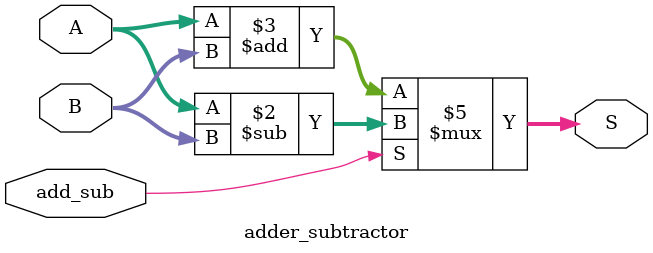
<source format=v>
`timescale 1ns / 1ps
module adder_subtractor #(parameter WIDTH=16)(
    input [WIDTH-1:0] A,
    input [WIDTH-1:0] B,
    input add_sub,
    output reg [WIDTH-1:0] S
    );
	 
	 always @*
	 begin
		if (add_sub)
			S = A-B;
		else
			S = A+B;
	 end

endmodule

</source>
